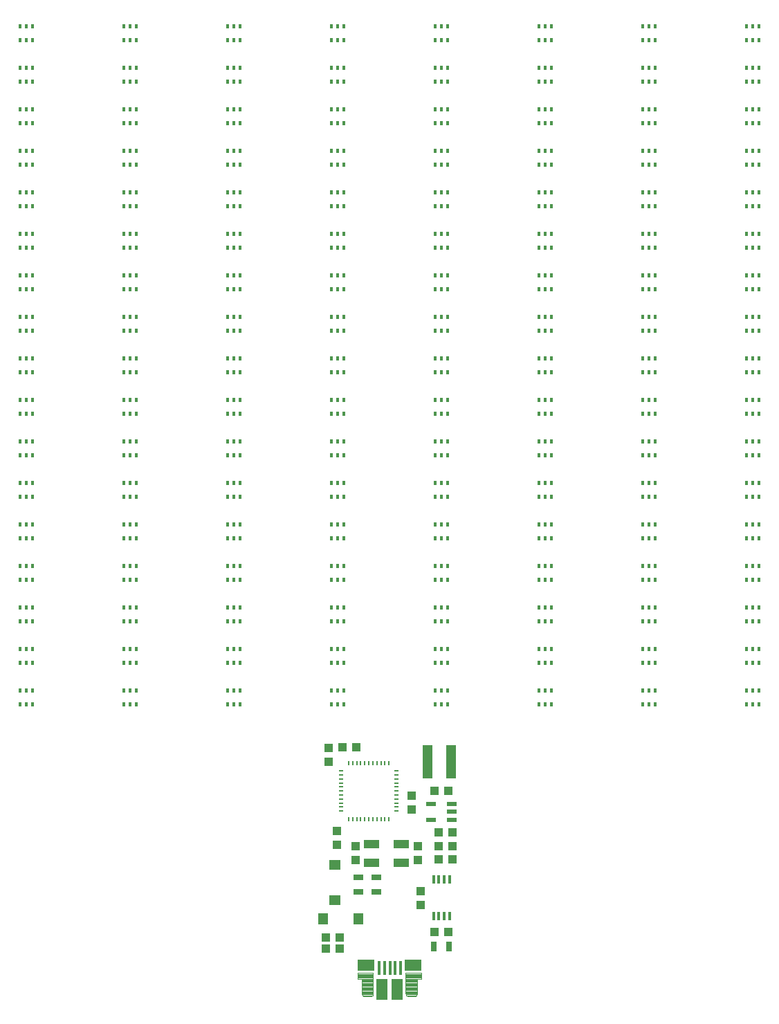
<source format=gtp>
G75*
%MOIN*%
%OFA0B0*%
%FSLAX25Y25*%
%IPPOS*%
%LPD*%
%AMOC8*
5,1,8,0,0,1.08239X$1,22.5*
%
%ADD10R,0.01181X0.02362*%
%ADD11R,0.00900X0.02150*%
%ADD12R,0.02150X0.00900*%
%ADD13R,0.03937X0.04331*%
%ADD14R,0.04331X0.03937*%
%ADD15R,0.07480X0.04331*%
%ADD16R,0.07874X0.05748*%
%ADD17R,0.05610X0.09843*%
%ADD18C,0.00400*%
%ADD19C,0.00197*%
%ADD20R,0.04724X0.02165*%
%ADD21R,0.01575X0.04331*%
%ADD22R,0.05787X0.05000*%
%ADD23R,0.05000X0.05787*%
%ADD24R,0.04724X0.03150*%
%ADD25R,0.03150X0.04724*%
%ADD26R,0.04500X0.16100*%
D10*
X0023150Y0150178D03*
X0026300Y0150178D03*
X0029450Y0150178D03*
X0029450Y0156871D03*
X0026300Y0156871D03*
X0023150Y0156871D03*
X0023150Y0170178D03*
X0026300Y0170178D03*
X0029450Y0170178D03*
X0029450Y0176871D03*
X0026300Y0176871D03*
X0023150Y0176871D03*
X0023150Y0190178D03*
X0026300Y0190178D03*
X0029450Y0190178D03*
X0029450Y0196871D03*
X0026300Y0196871D03*
X0023150Y0196871D03*
X0023150Y0210178D03*
X0026300Y0210178D03*
X0029450Y0210178D03*
X0029450Y0216871D03*
X0026300Y0216871D03*
X0023150Y0216871D03*
X0023150Y0230178D03*
X0026300Y0230178D03*
X0029450Y0230178D03*
X0029450Y0236871D03*
X0026300Y0236871D03*
X0023150Y0236871D03*
X0023150Y0250178D03*
X0026300Y0250178D03*
X0029450Y0250178D03*
X0029450Y0256871D03*
X0026300Y0256871D03*
X0023150Y0256871D03*
X0023150Y0270178D03*
X0026300Y0270178D03*
X0029450Y0270178D03*
X0029450Y0276871D03*
X0026300Y0276871D03*
X0023150Y0276871D03*
X0023150Y0290178D03*
X0026300Y0290178D03*
X0029450Y0290178D03*
X0029450Y0296871D03*
X0026300Y0296871D03*
X0023150Y0296871D03*
X0023150Y0310178D03*
X0026300Y0310178D03*
X0029450Y0310178D03*
X0029450Y0316871D03*
X0026300Y0316871D03*
X0023150Y0316871D03*
X0023150Y0330178D03*
X0026300Y0330178D03*
X0029450Y0330178D03*
X0029450Y0336871D03*
X0026300Y0336871D03*
X0023150Y0336871D03*
X0023150Y0350178D03*
X0026300Y0350178D03*
X0029450Y0350178D03*
X0029450Y0356871D03*
X0026300Y0356871D03*
X0023150Y0356871D03*
X0023150Y0370178D03*
X0026300Y0370178D03*
X0029450Y0370178D03*
X0029450Y0376871D03*
X0026300Y0376871D03*
X0023150Y0376871D03*
X0023150Y0390178D03*
X0026300Y0390178D03*
X0029450Y0390178D03*
X0029450Y0396871D03*
X0026300Y0396871D03*
X0023150Y0396871D03*
X0023150Y0410178D03*
X0026300Y0410178D03*
X0029450Y0410178D03*
X0029450Y0416871D03*
X0026300Y0416871D03*
X0023150Y0416871D03*
X0023150Y0430178D03*
X0026300Y0430178D03*
X0029450Y0430178D03*
X0029450Y0436871D03*
X0026300Y0436871D03*
X0023150Y0436871D03*
X0023150Y0450178D03*
X0026300Y0450178D03*
X0029450Y0450178D03*
X0029450Y0456871D03*
X0026300Y0456871D03*
X0023150Y0456871D03*
X0023150Y0470178D03*
X0026300Y0470178D03*
X0029450Y0470178D03*
X0029450Y0476871D03*
X0026300Y0476871D03*
X0023150Y0476871D03*
X0073150Y0476871D03*
X0076300Y0476871D03*
X0079450Y0476871D03*
X0079450Y0470178D03*
X0076300Y0470178D03*
X0073150Y0470178D03*
X0073150Y0456871D03*
X0076300Y0456871D03*
X0079450Y0456871D03*
X0079450Y0450178D03*
X0076300Y0450178D03*
X0073150Y0450178D03*
X0073150Y0436871D03*
X0076300Y0436871D03*
X0079450Y0436871D03*
X0079450Y0430178D03*
X0076300Y0430178D03*
X0073150Y0430178D03*
X0073150Y0416871D03*
X0076300Y0416871D03*
X0079450Y0416871D03*
X0079450Y0410178D03*
X0076300Y0410178D03*
X0073150Y0410178D03*
X0073150Y0396871D03*
X0076300Y0396871D03*
X0079450Y0396871D03*
X0079450Y0390178D03*
X0076300Y0390178D03*
X0073150Y0390178D03*
X0073150Y0376871D03*
X0076300Y0376871D03*
X0079450Y0376871D03*
X0079450Y0370178D03*
X0076300Y0370178D03*
X0073150Y0370178D03*
X0073150Y0356871D03*
X0076300Y0356871D03*
X0079450Y0356871D03*
X0079450Y0350178D03*
X0076300Y0350178D03*
X0073150Y0350178D03*
X0073150Y0336871D03*
X0076300Y0336871D03*
X0079450Y0336871D03*
X0079450Y0330178D03*
X0076300Y0330178D03*
X0073150Y0330178D03*
X0073150Y0316871D03*
X0076300Y0316871D03*
X0079450Y0316871D03*
X0079450Y0310178D03*
X0076300Y0310178D03*
X0073150Y0310178D03*
X0073150Y0296871D03*
X0076300Y0296871D03*
X0079450Y0296871D03*
X0079450Y0290178D03*
X0076300Y0290178D03*
X0073150Y0290178D03*
X0073150Y0276871D03*
X0076300Y0276871D03*
X0079450Y0276871D03*
X0079450Y0270178D03*
X0076300Y0270178D03*
X0073150Y0270178D03*
X0073150Y0256871D03*
X0076300Y0256871D03*
X0079450Y0256871D03*
X0079450Y0250178D03*
X0076300Y0250178D03*
X0073150Y0250178D03*
X0073150Y0236871D03*
X0076300Y0236871D03*
X0079450Y0236871D03*
X0079450Y0230178D03*
X0076300Y0230178D03*
X0073150Y0230178D03*
X0073150Y0216871D03*
X0076300Y0216871D03*
X0079450Y0216871D03*
X0079450Y0210178D03*
X0076300Y0210178D03*
X0073150Y0210178D03*
X0073150Y0196871D03*
X0076300Y0196871D03*
X0079450Y0196871D03*
X0079450Y0190178D03*
X0076300Y0190178D03*
X0073150Y0190178D03*
X0073150Y0176871D03*
X0076300Y0176871D03*
X0079450Y0176871D03*
X0079450Y0170178D03*
X0076300Y0170178D03*
X0073150Y0170178D03*
X0073150Y0156871D03*
X0076300Y0156871D03*
X0079450Y0156871D03*
X0079450Y0150178D03*
X0076300Y0150178D03*
X0073150Y0150178D03*
X0123150Y0150178D03*
X0126300Y0150178D03*
X0129450Y0150178D03*
X0129450Y0156871D03*
X0126300Y0156871D03*
X0123150Y0156871D03*
X0123150Y0170178D03*
X0126300Y0170178D03*
X0129450Y0170178D03*
X0129450Y0176871D03*
X0126300Y0176871D03*
X0123150Y0176871D03*
X0123150Y0190178D03*
X0126300Y0190178D03*
X0129450Y0190178D03*
X0129450Y0196871D03*
X0126300Y0196871D03*
X0123150Y0196871D03*
X0123150Y0210178D03*
X0126300Y0210178D03*
X0129450Y0210178D03*
X0129450Y0216871D03*
X0126300Y0216871D03*
X0123150Y0216871D03*
X0123150Y0230178D03*
X0126300Y0230178D03*
X0129450Y0230178D03*
X0129450Y0236871D03*
X0126300Y0236871D03*
X0123150Y0236871D03*
X0123150Y0250178D03*
X0126300Y0250178D03*
X0129450Y0250178D03*
X0129450Y0256871D03*
X0126300Y0256871D03*
X0123150Y0256871D03*
X0123150Y0270178D03*
X0126300Y0270178D03*
X0129450Y0270178D03*
X0129450Y0276871D03*
X0126300Y0276871D03*
X0123150Y0276871D03*
X0123150Y0290178D03*
X0126300Y0290178D03*
X0129450Y0290178D03*
X0129450Y0296871D03*
X0126300Y0296871D03*
X0123150Y0296871D03*
X0123150Y0310178D03*
X0126300Y0310178D03*
X0129450Y0310178D03*
X0129450Y0316871D03*
X0126300Y0316871D03*
X0123150Y0316871D03*
X0123150Y0330178D03*
X0126300Y0330178D03*
X0129450Y0330178D03*
X0129450Y0336871D03*
X0126300Y0336871D03*
X0123150Y0336871D03*
X0123150Y0350178D03*
X0126300Y0350178D03*
X0129450Y0350178D03*
X0129450Y0356871D03*
X0126300Y0356871D03*
X0123150Y0356871D03*
X0123150Y0370178D03*
X0126300Y0370178D03*
X0129450Y0370178D03*
X0129450Y0376871D03*
X0126300Y0376871D03*
X0123150Y0376871D03*
X0123150Y0390178D03*
X0126300Y0390178D03*
X0129450Y0390178D03*
X0129450Y0396871D03*
X0126300Y0396871D03*
X0123150Y0396871D03*
X0123150Y0410178D03*
X0126300Y0410178D03*
X0129450Y0410178D03*
X0129450Y0416871D03*
X0126300Y0416871D03*
X0123150Y0416871D03*
X0123150Y0430178D03*
X0126300Y0430178D03*
X0129450Y0430178D03*
X0129450Y0436871D03*
X0126300Y0436871D03*
X0123150Y0436871D03*
X0123150Y0450178D03*
X0126300Y0450178D03*
X0129450Y0450178D03*
X0129450Y0456871D03*
X0126300Y0456871D03*
X0123150Y0456871D03*
X0123150Y0470178D03*
X0126300Y0470178D03*
X0129450Y0470178D03*
X0129450Y0476871D03*
X0126300Y0476871D03*
X0123150Y0476871D03*
X0173150Y0476871D03*
X0176300Y0476871D03*
X0179450Y0476871D03*
X0179450Y0470178D03*
X0176300Y0470178D03*
X0173150Y0470178D03*
X0173150Y0456871D03*
X0176300Y0456871D03*
X0179450Y0456871D03*
X0179450Y0450178D03*
X0176300Y0450178D03*
X0173150Y0450178D03*
X0173150Y0436871D03*
X0176300Y0436871D03*
X0179450Y0436871D03*
X0179450Y0430178D03*
X0176300Y0430178D03*
X0173150Y0430178D03*
X0173150Y0416871D03*
X0176300Y0416871D03*
X0179450Y0416871D03*
X0179450Y0410178D03*
X0176300Y0410178D03*
X0173150Y0410178D03*
X0173150Y0396871D03*
X0176300Y0396871D03*
X0179450Y0396871D03*
X0179450Y0390178D03*
X0176300Y0390178D03*
X0173150Y0390178D03*
X0173150Y0376871D03*
X0176300Y0376871D03*
X0179450Y0376871D03*
X0179450Y0370178D03*
X0176300Y0370178D03*
X0173150Y0370178D03*
X0173150Y0356871D03*
X0176300Y0356871D03*
X0179450Y0356871D03*
X0179450Y0350178D03*
X0176300Y0350178D03*
X0173150Y0350178D03*
X0173150Y0336871D03*
X0176300Y0336871D03*
X0179450Y0336871D03*
X0179450Y0330178D03*
X0176300Y0330178D03*
X0173150Y0330178D03*
X0173150Y0316871D03*
X0176300Y0316871D03*
X0179450Y0316871D03*
X0179450Y0310178D03*
X0176300Y0310178D03*
X0173150Y0310178D03*
X0173150Y0296871D03*
X0176300Y0296871D03*
X0179450Y0296871D03*
X0179450Y0290178D03*
X0176300Y0290178D03*
X0173150Y0290178D03*
X0173150Y0276871D03*
X0176300Y0276871D03*
X0179450Y0276871D03*
X0179450Y0270178D03*
X0176300Y0270178D03*
X0173150Y0270178D03*
X0173150Y0256871D03*
X0176300Y0256871D03*
X0179450Y0256871D03*
X0179450Y0250178D03*
X0176300Y0250178D03*
X0173150Y0250178D03*
X0173150Y0236871D03*
X0176300Y0236871D03*
X0179450Y0236871D03*
X0179450Y0230178D03*
X0176300Y0230178D03*
X0173150Y0230178D03*
X0173150Y0216871D03*
X0176300Y0216871D03*
X0179450Y0216871D03*
X0179450Y0210178D03*
X0176300Y0210178D03*
X0173150Y0210178D03*
X0173150Y0196871D03*
X0176300Y0196871D03*
X0179450Y0196871D03*
X0179450Y0190178D03*
X0176300Y0190178D03*
X0173150Y0190178D03*
X0173150Y0176871D03*
X0176300Y0176871D03*
X0179450Y0176871D03*
X0179450Y0170178D03*
X0176300Y0170178D03*
X0173150Y0170178D03*
X0173150Y0156871D03*
X0176300Y0156871D03*
X0179450Y0156871D03*
X0179450Y0150178D03*
X0176300Y0150178D03*
X0173150Y0150178D03*
X0223150Y0150178D03*
X0226300Y0150178D03*
X0229450Y0150178D03*
X0229450Y0156871D03*
X0226300Y0156871D03*
X0223150Y0156871D03*
X0223150Y0170178D03*
X0226300Y0170178D03*
X0229450Y0170178D03*
X0229450Y0176871D03*
X0226300Y0176871D03*
X0223150Y0176871D03*
X0223150Y0190178D03*
X0226300Y0190178D03*
X0229450Y0190178D03*
X0229450Y0196871D03*
X0226300Y0196871D03*
X0223150Y0196871D03*
X0223150Y0210178D03*
X0226300Y0210178D03*
X0229450Y0210178D03*
X0229450Y0216871D03*
X0226300Y0216871D03*
X0223150Y0216871D03*
X0223150Y0230178D03*
X0226300Y0230178D03*
X0229450Y0230178D03*
X0229450Y0236871D03*
X0226300Y0236871D03*
X0223150Y0236871D03*
X0223150Y0250178D03*
X0226300Y0250178D03*
X0229450Y0250178D03*
X0229450Y0256871D03*
X0226300Y0256871D03*
X0223150Y0256871D03*
X0223150Y0270178D03*
X0226300Y0270178D03*
X0229450Y0270178D03*
X0229450Y0276871D03*
X0226300Y0276871D03*
X0223150Y0276871D03*
X0223150Y0290178D03*
X0226300Y0290178D03*
X0229450Y0290178D03*
X0229450Y0296871D03*
X0226300Y0296871D03*
X0223150Y0296871D03*
X0223150Y0310178D03*
X0226300Y0310178D03*
X0229450Y0310178D03*
X0229450Y0316871D03*
X0226300Y0316871D03*
X0223150Y0316871D03*
X0223150Y0330178D03*
X0226300Y0330178D03*
X0229450Y0330178D03*
X0229450Y0336871D03*
X0226300Y0336871D03*
X0223150Y0336871D03*
X0223150Y0350178D03*
X0226300Y0350178D03*
X0229450Y0350178D03*
X0229450Y0356871D03*
X0226300Y0356871D03*
X0223150Y0356871D03*
X0223150Y0370178D03*
X0226300Y0370178D03*
X0229450Y0370178D03*
X0229450Y0376871D03*
X0226300Y0376871D03*
X0223150Y0376871D03*
X0223150Y0390178D03*
X0226300Y0390178D03*
X0229450Y0390178D03*
X0229450Y0396871D03*
X0226300Y0396871D03*
X0223150Y0396871D03*
X0223150Y0410178D03*
X0226300Y0410178D03*
X0229450Y0410178D03*
X0229450Y0416871D03*
X0226300Y0416871D03*
X0223150Y0416871D03*
X0223150Y0430178D03*
X0226300Y0430178D03*
X0229450Y0430178D03*
X0229450Y0436871D03*
X0226300Y0436871D03*
X0223150Y0436871D03*
X0223150Y0450178D03*
X0226300Y0450178D03*
X0229450Y0450178D03*
X0229450Y0456871D03*
X0226300Y0456871D03*
X0223150Y0456871D03*
X0223150Y0470178D03*
X0226300Y0470178D03*
X0229450Y0470178D03*
X0229450Y0476871D03*
X0226300Y0476871D03*
X0223150Y0476871D03*
X0273150Y0476871D03*
X0276300Y0476871D03*
X0279450Y0476871D03*
X0279450Y0470178D03*
X0276300Y0470178D03*
X0273150Y0470178D03*
X0273150Y0456871D03*
X0276300Y0456871D03*
X0279450Y0456871D03*
X0279450Y0450178D03*
X0276300Y0450178D03*
X0273150Y0450178D03*
X0273150Y0436871D03*
X0276300Y0436871D03*
X0279450Y0436871D03*
X0279450Y0430178D03*
X0276300Y0430178D03*
X0273150Y0430178D03*
X0273150Y0416871D03*
X0276300Y0416871D03*
X0279450Y0416871D03*
X0279450Y0410178D03*
X0276300Y0410178D03*
X0273150Y0410178D03*
X0273150Y0396871D03*
X0276300Y0396871D03*
X0279450Y0396871D03*
X0279450Y0390178D03*
X0276300Y0390178D03*
X0273150Y0390178D03*
X0273150Y0376871D03*
X0276300Y0376871D03*
X0279450Y0376871D03*
X0279450Y0370178D03*
X0276300Y0370178D03*
X0273150Y0370178D03*
X0273150Y0356871D03*
X0276300Y0356871D03*
X0279450Y0356871D03*
X0279450Y0350178D03*
X0276300Y0350178D03*
X0273150Y0350178D03*
X0273150Y0336871D03*
X0276300Y0336871D03*
X0279450Y0336871D03*
X0279450Y0330178D03*
X0276300Y0330178D03*
X0273150Y0330178D03*
X0273150Y0316871D03*
X0276300Y0316871D03*
X0279450Y0316871D03*
X0279450Y0310178D03*
X0276300Y0310178D03*
X0273150Y0310178D03*
X0273150Y0296871D03*
X0276300Y0296871D03*
X0279450Y0296871D03*
X0279450Y0290178D03*
X0276300Y0290178D03*
X0273150Y0290178D03*
X0273150Y0276871D03*
X0276300Y0276871D03*
X0279450Y0276871D03*
X0279450Y0270178D03*
X0276300Y0270178D03*
X0273150Y0270178D03*
X0273150Y0256871D03*
X0276300Y0256871D03*
X0279450Y0256871D03*
X0279450Y0250178D03*
X0276300Y0250178D03*
X0273150Y0250178D03*
X0273150Y0236871D03*
X0276300Y0236871D03*
X0279450Y0236871D03*
X0279450Y0230178D03*
X0276300Y0230178D03*
X0273150Y0230178D03*
X0273150Y0216871D03*
X0276300Y0216871D03*
X0279450Y0216871D03*
X0279450Y0210178D03*
X0276300Y0210178D03*
X0273150Y0210178D03*
X0273150Y0196871D03*
X0276300Y0196871D03*
X0279450Y0196871D03*
X0279450Y0190178D03*
X0276300Y0190178D03*
X0273150Y0190178D03*
X0273150Y0176871D03*
X0276300Y0176871D03*
X0279450Y0176871D03*
X0279450Y0170178D03*
X0276300Y0170178D03*
X0273150Y0170178D03*
X0273150Y0156871D03*
X0276300Y0156871D03*
X0279450Y0156871D03*
X0279450Y0150178D03*
X0276300Y0150178D03*
X0273150Y0150178D03*
X0323150Y0150178D03*
X0326300Y0150178D03*
X0329450Y0150178D03*
X0329450Y0156871D03*
X0326300Y0156871D03*
X0323150Y0156871D03*
X0323150Y0170178D03*
X0326300Y0170178D03*
X0329450Y0170178D03*
X0329450Y0176871D03*
X0326300Y0176871D03*
X0323150Y0176871D03*
X0323150Y0190178D03*
X0326300Y0190178D03*
X0329450Y0190178D03*
X0329450Y0196871D03*
X0326300Y0196871D03*
X0323150Y0196871D03*
X0323150Y0210178D03*
X0326300Y0210178D03*
X0329450Y0210178D03*
X0329450Y0216871D03*
X0326300Y0216871D03*
X0323150Y0216871D03*
X0323150Y0230178D03*
X0326300Y0230178D03*
X0329450Y0230178D03*
X0329450Y0236871D03*
X0326300Y0236871D03*
X0323150Y0236871D03*
X0323150Y0250178D03*
X0326300Y0250178D03*
X0329450Y0250178D03*
X0329450Y0256871D03*
X0326300Y0256871D03*
X0323150Y0256871D03*
X0323150Y0270178D03*
X0326300Y0270178D03*
X0329450Y0270178D03*
X0329450Y0276871D03*
X0326300Y0276871D03*
X0323150Y0276871D03*
X0323150Y0290178D03*
X0326300Y0290178D03*
X0329450Y0290178D03*
X0329450Y0296871D03*
X0326300Y0296871D03*
X0323150Y0296871D03*
X0323150Y0310178D03*
X0326300Y0310178D03*
X0329450Y0310178D03*
X0329450Y0316871D03*
X0326300Y0316871D03*
X0323150Y0316871D03*
X0323150Y0330178D03*
X0326300Y0330178D03*
X0329450Y0330178D03*
X0329450Y0336871D03*
X0326300Y0336871D03*
X0323150Y0336871D03*
X0323150Y0350178D03*
X0326300Y0350178D03*
X0329450Y0350178D03*
X0329450Y0356871D03*
X0326300Y0356871D03*
X0323150Y0356871D03*
X0323150Y0370178D03*
X0326300Y0370178D03*
X0329450Y0370178D03*
X0329450Y0376871D03*
X0326300Y0376871D03*
X0323150Y0376871D03*
X0323150Y0390178D03*
X0326300Y0390178D03*
X0329450Y0390178D03*
X0329450Y0396871D03*
X0326300Y0396871D03*
X0323150Y0396871D03*
X0323150Y0410178D03*
X0326300Y0410178D03*
X0329450Y0410178D03*
X0329450Y0416871D03*
X0326300Y0416871D03*
X0323150Y0416871D03*
X0323150Y0430178D03*
X0326300Y0430178D03*
X0329450Y0430178D03*
X0329450Y0436871D03*
X0326300Y0436871D03*
X0323150Y0436871D03*
X0323150Y0450178D03*
X0326300Y0450178D03*
X0329450Y0450178D03*
X0329450Y0456871D03*
X0326300Y0456871D03*
X0323150Y0456871D03*
X0323150Y0470178D03*
X0326300Y0470178D03*
X0329450Y0470178D03*
X0329450Y0476871D03*
X0326300Y0476871D03*
X0323150Y0476871D03*
X0373150Y0476871D03*
X0376300Y0476871D03*
X0379450Y0476871D03*
X0379450Y0470178D03*
X0376300Y0470178D03*
X0373150Y0470178D03*
X0373150Y0456871D03*
X0376300Y0456871D03*
X0379450Y0456871D03*
X0379450Y0450178D03*
X0376300Y0450178D03*
X0373150Y0450178D03*
X0373150Y0436871D03*
X0376300Y0436871D03*
X0379450Y0436871D03*
X0379450Y0430178D03*
X0376300Y0430178D03*
X0373150Y0430178D03*
X0373150Y0416871D03*
X0376300Y0416871D03*
X0379450Y0416871D03*
X0379450Y0410178D03*
X0376300Y0410178D03*
X0373150Y0410178D03*
X0373150Y0396871D03*
X0376300Y0396871D03*
X0379450Y0396871D03*
X0379450Y0390178D03*
X0376300Y0390178D03*
X0373150Y0390178D03*
X0373150Y0376871D03*
X0376300Y0376871D03*
X0379450Y0376871D03*
X0379450Y0370178D03*
X0376300Y0370178D03*
X0373150Y0370178D03*
X0373150Y0356871D03*
X0376300Y0356871D03*
X0379450Y0356871D03*
X0379450Y0350178D03*
X0376300Y0350178D03*
X0373150Y0350178D03*
X0373150Y0336871D03*
X0376300Y0336871D03*
X0379450Y0336871D03*
X0379450Y0330178D03*
X0376300Y0330178D03*
X0373150Y0330178D03*
X0373150Y0316871D03*
X0376300Y0316871D03*
X0379450Y0316871D03*
X0379450Y0310178D03*
X0376300Y0310178D03*
X0373150Y0310178D03*
X0373150Y0296871D03*
X0376300Y0296871D03*
X0379450Y0296871D03*
X0379450Y0290178D03*
X0376300Y0290178D03*
X0373150Y0290178D03*
X0373150Y0276871D03*
X0376300Y0276871D03*
X0379450Y0276871D03*
X0379450Y0270178D03*
X0376300Y0270178D03*
X0373150Y0270178D03*
X0373150Y0256871D03*
X0376300Y0256871D03*
X0379450Y0256871D03*
X0379450Y0250178D03*
X0376300Y0250178D03*
X0373150Y0250178D03*
X0373150Y0236871D03*
X0376300Y0236871D03*
X0379450Y0236871D03*
X0379450Y0230178D03*
X0376300Y0230178D03*
X0373150Y0230178D03*
X0373150Y0216871D03*
X0376300Y0216871D03*
X0379450Y0216871D03*
X0379450Y0210178D03*
X0376300Y0210178D03*
X0373150Y0210178D03*
X0373150Y0196871D03*
X0376300Y0196871D03*
X0379450Y0196871D03*
X0379450Y0190178D03*
X0376300Y0190178D03*
X0373150Y0190178D03*
X0373150Y0176871D03*
X0376300Y0176871D03*
X0379450Y0176871D03*
X0379450Y0170178D03*
X0376300Y0170178D03*
X0373150Y0170178D03*
X0373150Y0156871D03*
X0376300Y0156871D03*
X0379450Y0156871D03*
X0379450Y0150178D03*
X0376300Y0150178D03*
X0373150Y0150178D03*
D11*
X0200975Y0121999D03*
X0199000Y0121999D03*
X0197125Y0121999D03*
X0195150Y0121999D03*
X0193275Y0121999D03*
X0191300Y0121999D03*
X0189325Y0121999D03*
X0187450Y0121999D03*
X0185475Y0121999D03*
X0183600Y0121999D03*
X0181625Y0121999D03*
X0181625Y0095049D03*
X0183600Y0095049D03*
X0185475Y0095049D03*
X0187450Y0095049D03*
X0189325Y0095049D03*
X0191300Y0095049D03*
X0193275Y0095049D03*
X0195150Y0095049D03*
X0197125Y0095049D03*
X0199000Y0095049D03*
X0200975Y0095049D03*
D12*
X0204775Y0098849D03*
X0204775Y0100824D03*
X0204775Y0102699D03*
X0204775Y0104674D03*
X0204775Y0106549D03*
X0204775Y0108524D03*
X0204775Y0110499D03*
X0204775Y0112374D03*
X0204775Y0114349D03*
X0204775Y0116224D03*
X0204775Y0118199D03*
X0177825Y0118199D03*
X0177825Y0116224D03*
X0177825Y0114349D03*
X0177825Y0112374D03*
X0177825Y0110499D03*
X0177825Y0108524D03*
X0177825Y0106549D03*
X0177825Y0104674D03*
X0177825Y0102699D03*
X0177825Y0100824D03*
X0177825Y0098849D03*
D13*
X0175800Y0089371D03*
X0175800Y0082678D03*
X0184800Y0081871D03*
X0184800Y0075178D03*
X0211800Y0099678D03*
X0211800Y0106371D03*
X0214800Y0081871D03*
X0214800Y0075178D03*
X0216300Y0060371D03*
X0216300Y0053678D03*
X0171800Y0122678D03*
X0171800Y0129371D03*
D14*
X0178454Y0129524D03*
X0185146Y0129524D03*
X0222954Y0108524D03*
X0229646Y0108524D03*
X0231646Y0088524D03*
X0231646Y0082024D03*
X0231646Y0075524D03*
X0224954Y0075524D03*
X0224954Y0082024D03*
X0224954Y0088524D03*
X0222954Y0040524D03*
X0229646Y0040524D03*
X0177146Y0038024D03*
X0177146Y0032524D03*
X0170454Y0032524D03*
X0170454Y0038024D03*
D15*
X0192517Y0073997D03*
X0192517Y0083052D03*
X0207083Y0083052D03*
X0207083Y0073997D03*
D16*
X0212717Y0024607D03*
X0189883Y0024607D03*
D17*
X0197511Y0012993D03*
X0205089Y0012993D03*
D18*
X0209106Y0012908D02*
X0214506Y0012908D01*
X0214506Y0012510D02*
X0209106Y0012510D01*
X0209106Y0012111D02*
X0214506Y0012111D01*
X0214506Y0011712D02*
X0209106Y0011712D01*
X0209106Y0011314D02*
X0214506Y0011314D01*
X0214506Y0010915D02*
X0209112Y0010915D01*
X0209106Y0010965D02*
X0209139Y0010675D01*
X0209235Y0010401D01*
X0209390Y0010154D01*
X0209596Y0009948D01*
X0209842Y0009793D01*
X0210117Y0009697D01*
X0210406Y0009665D01*
X0213306Y0009665D01*
X0213573Y0009695D01*
X0213827Y0009783D01*
X0214054Y0009926D01*
X0214245Y0010116D01*
X0214387Y0010344D01*
X0214476Y0010598D01*
X0214506Y0010865D01*
X0214506Y0017765D01*
X0214514Y0017803D01*
X0214536Y0017835D01*
X0214568Y0017857D01*
X0214606Y0017865D01*
X0216506Y0017865D01*
X0216506Y0020965D01*
X0209106Y0020965D01*
X0209106Y0010965D01*
X0209194Y0010517D02*
X0214448Y0010517D01*
X0214246Y0010118D02*
X0209426Y0010118D01*
X0210052Y0009720D02*
X0213646Y0009720D01*
X0214506Y0013307D02*
X0209106Y0013307D01*
X0209106Y0013705D02*
X0214506Y0013705D01*
X0214506Y0014104D02*
X0209106Y0014104D01*
X0209106Y0014502D02*
X0214506Y0014502D01*
X0214506Y0014901D02*
X0209106Y0014901D01*
X0209106Y0015299D02*
X0214506Y0015299D01*
X0214506Y0015698D02*
X0209106Y0015698D01*
X0209106Y0016096D02*
X0214506Y0016096D01*
X0214506Y0016495D02*
X0209106Y0016495D01*
X0209106Y0016893D02*
X0214506Y0016893D01*
X0214506Y0017292D02*
X0209106Y0017292D01*
X0209106Y0017690D02*
X0214506Y0017690D01*
X0216506Y0018089D02*
X0209106Y0018089D01*
X0209106Y0018487D02*
X0216506Y0018487D01*
X0216506Y0018886D02*
X0209106Y0018886D01*
X0209106Y0019284D02*
X0216506Y0019284D01*
X0216506Y0019683D02*
X0209106Y0019683D01*
X0209106Y0020081D02*
X0216506Y0020081D01*
X0216506Y0020480D02*
X0209106Y0020480D01*
X0209106Y0020878D02*
X0216506Y0020878D01*
X0193443Y0020878D02*
X0186043Y0020878D01*
X0186043Y0020965D02*
X0193443Y0020965D01*
X0193443Y0010965D01*
X0193411Y0010675D01*
X0193314Y0010401D01*
X0193160Y0010154D01*
X0192954Y0009948D01*
X0192707Y0009793D01*
X0192432Y0009697D01*
X0192143Y0009665D01*
X0189243Y0009665D01*
X0188976Y0009695D01*
X0188723Y0009783D01*
X0188495Y0009926D01*
X0188305Y0010116D01*
X0188162Y0010344D01*
X0188073Y0010598D01*
X0188043Y0010865D01*
X0188043Y0017765D01*
X0188036Y0017803D01*
X0188014Y0017835D01*
X0187981Y0017857D01*
X0187943Y0017865D01*
X0186043Y0017865D01*
X0186043Y0020965D01*
X0186043Y0020480D02*
X0193443Y0020480D01*
X0193443Y0020081D02*
X0186043Y0020081D01*
X0186043Y0019683D02*
X0193443Y0019683D01*
X0193443Y0019284D02*
X0186043Y0019284D01*
X0186043Y0018886D02*
X0193443Y0018886D01*
X0193443Y0018487D02*
X0186043Y0018487D01*
X0186043Y0018089D02*
X0193443Y0018089D01*
X0193443Y0017690D02*
X0188043Y0017690D01*
X0188043Y0017292D02*
X0193443Y0017292D01*
X0193443Y0016893D02*
X0188043Y0016893D01*
X0188043Y0016495D02*
X0193443Y0016495D01*
X0193443Y0016096D02*
X0188043Y0016096D01*
X0188043Y0015698D02*
X0193443Y0015698D01*
X0193443Y0015299D02*
X0188043Y0015299D01*
X0188043Y0014901D02*
X0193443Y0014901D01*
X0193443Y0014502D02*
X0188043Y0014502D01*
X0188043Y0014104D02*
X0193443Y0014104D01*
X0193443Y0013705D02*
X0188043Y0013705D01*
X0188043Y0013307D02*
X0193443Y0013307D01*
X0193443Y0012908D02*
X0188043Y0012908D01*
X0188043Y0012510D02*
X0193443Y0012510D01*
X0193443Y0012111D02*
X0188043Y0012111D01*
X0188043Y0011712D02*
X0193443Y0011712D01*
X0193443Y0011314D02*
X0188043Y0011314D01*
X0188043Y0010915D02*
X0193438Y0010915D01*
X0193355Y0010517D02*
X0188101Y0010517D01*
X0188304Y0010118D02*
X0193124Y0010118D01*
X0192498Y0009720D02*
X0188904Y0009720D01*
D19*
X0195690Y0020352D02*
X0195690Y0026749D01*
X0196674Y0026749D01*
X0196674Y0020352D01*
X0195690Y0020352D01*
X0195690Y0020441D02*
X0196674Y0020441D01*
X0196674Y0020637D02*
X0195690Y0020637D01*
X0195690Y0020832D02*
X0196674Y0020832D01*
X0196674Y0021028D02*
X0195690Y0021028D01*
X0195690Y0021223D02*
X0196674Y0021223D01*
X0196674Y0021418D02*
X0195690Y0021418D01*
X0195690Y0021614D02*
X0196674Y0021614D01*
X0196674Y0021809D02*
X0195690Y0021809D01*
X0195690Y0022004D02*
X0196674Y0022004D01*
X0196674Y0022200D02*
X0195690Y0022200D01*
X0195690Y0022395D02*
X0196674Y0022395D01*
X0196674Y0022590D02*
X0195690Y0022590D01*
X0195690Y0022786D02*
X0196674Y0022786D01*
X0196674Y0022981D02*
X0195690Y0022981D01*
X0195690Y0023177D02*
X0196674Y0023177D01*
X0196674Y0023372D02*
X0195690Y0023372D01*
X0195690Y0023567D02*
X0196674Y0023567D01*
X0196674Y0023763D02*
X0195690Y0023763D01*
X0195690Y0023958D02*
X0196674Y0023958D01*
X0196674Y0024153D02*
X0195690Y0024153D01*
X0195690Y0024349D02*
X0196674Y0024349D01*
X0196674Y0024544D02*
X0195690Y0024544D01*
X0195690Y0024739D02*
X0196674Y0024739D01*
X0196674Y0024935D02*
X0195690Y0024935D01*
X0195690Y0025130D02*
X0196674Y0025130D01*
X0196674Y0025326D02*
X0195690Y0025326D01*
X0195690Y0025521D02*
X0196674Y0025521D01*
X0196674Y0025716D02*
X0195690Y0025716D01*
X0195690Y0025912D02*
X0196674Y0025912D01*
X0196674Y0026107D02*
X0195690Y0026107D01*
X0195690Y0026302D02*
X0196674Y0026302D01*
X0196674Y0026498D02*
X0195690Y0026498D01*
X0195690Y0026693D02*
X0196674Y0026693D01*
X0198249Y0026693D02*
X0199233Y0026693D01*
X0199233Y0026749D02*
X0199233Y0020352D01*
X0198249Y0020352D01*
X0198249Y0026749D01*
X0199233Y0026749D01*
X0199233Y0026498D02*
X0198249Y0026498D01*
X0198249Y0026302D02*
X0199233Y0026302D01*
X0199233Y0026107D02*
X0198249Y0026107D01*
X0198249Y0025912D02*
X0199233Y0025912D01*
X0199233Y0025716D02*
X0198249Y0025716D01*
X0198249Y0025521D02*
X0199233Y0025521D01*
X0199233Y0025326D02*
X0198249Y0025326D01*
X0198249Y0025130D02*
X0199233Y0025130D01*
X0199233Y0024935D02*
X0198249Y0024935D01*
X0198249Y0024739D02*
X0199233Y0024739D01*
X0199233Y0024544D02*
X0198249Y0024544D01*
X0198249Y0024349D02*
X0199233Y0024349D01*
X0199233Y0024153D02*
X0198249Y0024153D01*
X0198249Y0023958D02*
X0199233Y0023958D01*
X0199233Y0023763D02*
X0198249Y0023763D01*
X0198249Y0023567D02*
X0199233Y0023567D01*
X0199233Y0023372D02*
X0198249Y0023372D01*
X0198249Y0023177D02*
X0199233Y0023177D01*
X0199233Y0022981D02*
X0198249Y0022981D01*
X0198249Y0022786D02*
X0199233Y0022786D01*
X0199233Y0022590D02*
X0198249Y0022590D01*
X0198249Y0022395D02*
X0199233Y0022395D01*
X0199233Y0022200D02*
X0198249Y0022200D01*
X0198249Y0022004D02*
X0199233Y0022004D01*
X0199233Y0021809D02*
X0198249Y0021809D01*
X0198249Y0021614D02*
X0199233Y0021614D01*
X0199233Y0021418D02*
X0198249Y0021418D01*
X0198249Y0021223D02*
X0199233Y0021223D01*
X0199233Y0021028D02*
X0198249Y0021028D01*
X0198249Y0020832D02*
X0199233Y0020832D01*
X0199233Y0020637D02*
X0198249Y0020637D01*
X0198249Y0020441D02*
X0199233Y0020441D01*
X0200808Y0020441D02*
X0201792Y0020441D01*
X0201792Y0020352D02*
X0200808Y0020352D01*
X0200808Y0026749D01*
X0201792Y0026749D01*
X0201792Y0020352D01*
X0201792Y0020637D02*
X0200808Y0020637D01*
X0200808Y0020832D02*
X0201792Y0020832D01*
X0201792Y0021028D02*
X0200808Y0021028D01*
X0200808Y0021223D02*
X0201792Y0021223D01*
X0201792Y0021418D02*
X0200808Y0021418D01*
X0200808Y0021614D02*
X0201792Y0021614D01*
X0201792Y0021809D02*
X0200808Y0021809D01*
X0200808Y0022004D02*
X0201792Y0022004D01*
X0201792Y0022200D02*
X0200808Y0022200D01*
X0200808Y0022395D02*
X0201792Y0022395D01*
X0201792Y0022590D02*
X0200808Y0022590D01*
X0200808Y0022786D02*
X0201792Y0022786D01*
X0201792Y0022981D02*
X0200808Y0022981D01*
X0200808Y0023177D02*
X0201792Y0023177D01*
X0201792Y0023372D02*
X0200808Y0023372D01*
X0200808Y0023567D02*
X0201792Y0023567D01*
X0201792Y0023763D02*
X0200808Y0023763D01*
X0200808Y0023958D02*
X0201792Y0023958D01*
X0201792Y0024153D02*
X0200808Y0024153D01*
X0200808Y0024349D02*
X0201792Y0024349D01*
X0201792Y0024544D02*
X0200808Y0024544D01*
X0200808Y0024739D02*
X0201792Y0024739D01*
X0201792Y0024935D02*
X0200808Y0024935D01*
X0200808Y0025130D02*
X0201792Y0025130D01*
X0201792Y0025326D02*
X0200808Y0025326D01*
X0200808Y0025521D02*
X0201792Y0025521D01*
X0201792Y0025716D02*
X0200808Y0025716D01*
X0200808Y0025912D02*
X0201792Y0025912D01*
X0201792Y0026107D02*
X0200808Y0026107D01*
X0200808Y0026302D02*
X0201792Y0026302D01*
X0201792Y0026498D02*
X0200808Y0026498D01*
X0200808Y0026693D02*
X0201792Y0026693D01*
X0203367Y0026693D02*
X0204351Y0026693D01*
X0204351Y0026749D02*
X0204351Y0020352D01*
X0203367Y0020352D01*
X0203367Y0026749D01*
X0204351Y0026749D01*
X0204351Y0026498D02*
X0203367Y0026498D01*
X0203367Y0026302D02*
X0204351Y0026302D01*
X0204351Y0026107D02*
X0203367Y0026107D01*
X0203367Y0025912D02*
X0204351Y0025912D01*
X0204351Y0025716D02*
X0203367Y0025716D01*
X0203367Y0025521D02*
X0204351Y0025521D01*
X0204351Y0025326D02*
X0203367Y0025326D01*
X0203367Y0025130D02*
X0204351Y0025130D01*
X0204351Y0024935D02*
X0203367Y0024935D01*
X0203367Y0024739D02*
X0204351Y0024739D01*
X0204351Y0024544D02*
X0203367Y0024544D01*
X0203367Y0024349D02*
X0204351Y0024349D01*
X0204351Y0024153D02*
X0203367Y0024153D01*
X0203367Y0023958D02*
X0204351Y0023958D01*
X0204351Y0023763D02*
X0203367Y0023763D01*
X0203367Y0023567D02*
X0204351Y0023567D01*
X0204351Y0023372D02*
X0203367Y0023372D01*
X0203367Y0023177D02*
X0204351Y0023177D01*
X0204351Y0022981D02*
X0203367Y0022981D01*
X0203367Y0022786D02*
X0204351Y0022786D01*
X0204351Y0022590D02*
X0203367Y0022590D01*
X0203367Y0022395D02*
X0204351Y0022395D01*
X0204351Y0022200D02*
X0203367Y0022200D01*
X0203367Y0022004D02*
X0204351Y0022004D01*
X0204351Y0021809D02*
X0203367Y0021809D01*
X0203367Y0021614D02*
X0204351Y0021614D01*
X0204351Y0021418D02*
X0203367Y0021418D01*
X0203367Y0021223D02*
X0204351Y0021223D01*
X0204351Y0021028D02*
X0203367Y0021028D01*
X0203367Y0020832D02*
X0204351Y0020832D01*
X0204351Y0020637D02*
X0203367Y0020637D01*
X0203367Y0020441D02*
X0204351Y0020441D01*
X0205926Y0020441D02*
X0206910Y0020441D01*
X0206910Y0020352D02*
X0205926Y0020352D01*
X0205926Y0026749D01*
X0206910Y0026749D01*
X0206910Y0020352D01*
X0206910Y0020637D02*
X0205926Y0020637D01*
X0205926Y0020832D02*
X0206910Y0020832D01*
X0206910Y0021028D02*
X0205926Y0021028D01*
X0205926Y0021223D02*
X0206910Y0021223D01*
X0206910Y0021418D02*
X0205926Y0021418D01*
X0205926Y0021614D02*
X0206910Y0021614D01*
X0206910Y0021809D02*
X0205926Y0021809D01*
X0205926Y0022004D02*
X0206910Y0022004D01*
X0206910Y0022200D02*
X0205926Y0022200D01*
X0205926Y0022395D02*
X0206910Y0022395D01*
X0206910Y0022590D02*
X0205926Y0022590D01*
X0205926Y0022786D02*
X0206910Y0022786D01*
X0206910Y0022981D02*
X0205926Y0022981D01*
X0205926Y0023177D02*
X0206910Y0023177D01*
X0206910Y0023372D02*
X0205926Y0023372D01*
X0205926Y0023567D02*
X0206910Y0023567D01*
X0206910Y0023763D02*
X0205926Y0023763D01*
X0205926Y0023958D02*
X0206910Y0023958D01*
X0206910Y0024153D02*
X0205926Y0024153D01*
X0205926Y0024349D02*
X0206910Y0024349D01*
X0206910Y0024544D02*
X0205926Y0024544D01*
X0205926Y0024739D02*
X0206910Y0024739D01*
X0206910Y0024935D02*
X0205926Y0024935D01*
X0205926Y0025130D02*
X0206910Y0025130D01*
X0206910Y0025326D02*
X0205926Y0025326D01*
X0205926Y0025521D02*
X0206910Y0025521D01*
X0206910Y0025716D02*
X0205926Y0025716D01*
X0205926Y0025912D02*
X0206910Y0025912D01*
X0206910Y0026107D02*
X0205926Y0026107D01*
X0205926Y0026302D02*
X0206910Y0026302D01*
X0206910Y0026498D02*
X0205926Y0026498D01*
X0205926Y0026693D02*
X0206910Y0026693D01*
D20*
X0221181Y0094784D03*
X0221181Y0102265D03*
X0231419Y0102265D03*
X0231419Y0098524D03*
X0231419Y0094784D03*
D21*
X0230139Y0065883D03*
X0227580Y0065883D03*
X0225020Y0065883D03*
X0222461Y0065883D03*
X0222461Y0048166D03*
X0225020Y0048166D03*
X0227580Y0048166D03*
X0230139Y0048166D03*
D22*
X0174800Y0056060D03*
X0174800Y0072989D03*
D23*
X0169335Y0047024D03*
X0186265Y0047024D03*
D24*
X0186300Y0059981D03*
X0186300Y0067068D03*
X0194800Y0067068D03*
X0194800Y0059981D03*
D25*
X0222757Y0033524D03*
X0229843Y0033524D03*
D26*
X0231100Y0122524D03*
X0219500Y0122524D03*
M02*

</source>
